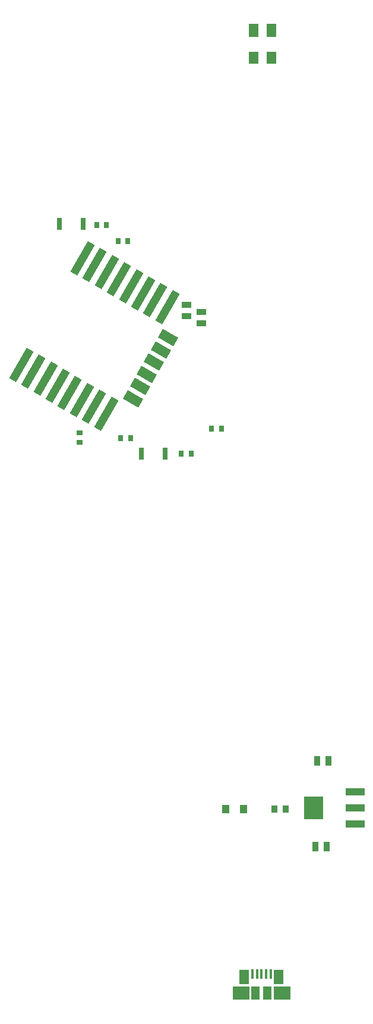
<source format=gbr>
%TF.GenerationSoftware,Altium Limited,Altium Designer,18.1.6 (161)*%
G04 Layer_Color=128*
%FSLAX26Y26*%
%MOIN*%
%TF.FileFunction,Paste,Bot*%
%TF.Part,Single*%
G01*
G75*
%TA.AperFunction,SMDPad,CuDef*%
%ADD15R,0.053150X0.037402*%
%ADD16R,0.037402X0.053150*%
G04:AMPARAMS|DCode=17|XSize=45mil|YSize=196.85mil|CornerRadius=0mil|HoleSize=0mil|Usage=FLASHONLY|Rotation=150.000|XOffset=0mil|YOffset=0mil|HoleType=Round|Shape=Rectangle|*
%AMROTATEDRECTD17*
4,1,4,0.068698,0.073989,-0.029727,-0.096489,-0.068698,-0.073989,0.029727,0.096489,0.068698,0.073989,0.0*
%
%ADD17ROTATEDRECTD17*%

G04:AMPARAMS|DCode=18|XSize=55mil|YSize=100mil|CornerRadius=0mil|HoleSize=0mil|Usage=FLASHONLY|Rotation=60.000|XOffset=0mil|YOffset=0mil|HoleType=Round|Shape=Rectangle|*
%AMROTATEDRECTD18*
4,1,4,0.029551,-0.048816,-0.057051,0.001184,-0.029551,0.048816,0.057051,-0.001184,0.029551,-0.048816,0.0*
%
%ADD18ROTATEDRECTD18*%

%ADD19R,0.035433X0.027559*%
%ADD20R,0.027559X0.035433*%
%ADD21R,0.055906X0.072047*%
%ADD22R,0.055906X0.068110*%
%TA.AperFunction,ConnectorPad*%
%ADD23R,0.046260X0.074803*%
%ADD24R,0.093504X0.074803*%
%ADD25R,0.058071X0.082677*%
%ADD26R,0.017716X0.054331*%
%TA.AperFunction,SMDPad,CuDef*%
%ADD27R,0.035433X0.039370*%
%ADD28R,0.106299X0.039370*%
%ADD29R,0.106299X0.129921*%
%ADD30R,0.043307X0.049213*%
%ADD31R,0.031496X0.066929*%
D15*
X4235000Y6566496D02*
D03*
Y6503504D02*
D03*
X4319292Y6526496D02*
D03*
Y6463504D02*
D03*
D16*
X4968504Y4015000D02*
D03*
X5031496D02*
D03*
X4958504Y3535000D02*
D03*
X5021496D02*
D03*
D17*
X3652450Y6829000D02*
D03*
X3720000Y6790000D02*
D03*
X3788416Y6750500D02*
D03*
X3855966Y6711500D02*
D03*
X3925248Y6671500D02*
D03*
X3992798Y6632500D02*
D03*
X4060348Y6593500D02*
D03*
X4128764Y6554000D02*
D03*
X3785142Y5956829D02*
D03*
X3716726Y5996329D02*
D03*
X3649176Y6035329D02*
D03*
X3580760Y6074829D02*
D03*
X3512344Y6114329D02*
D03*
X3444794Y6153329D02*
D03*
X3375512Y6193329D02*
D03*
X3307962Y6232329D02*
D03*
D18*
X4132095Y6383518D02*
D03*
X4093095Y6315968D02*
D03*
X4054095Y6248418D02*
D03*
X4014095Y6179136D02*
D03*
X3975095Y6111586D02*
D03*
X3935095Y6042304D02*
D03*
D19*
X3635000Y5797441D02*
D03*
Y5852559D02*
D03*
D20*
X3732441Y7015000D02*
D03*
X3787559D02*
D03*
X3907559Y6925000D02*
D03*
X3852441D02*
D03*
X4262559Y5735000D02*
D03*
X4207441D02*
D03*
X4432559Y5875000D02*
D03*
X4377441D02*
D03*
X3867441Y5820000D02*
D03*
X3922559D02*
D03*
D21*
X4713337Y8104055D02*
D03*
X4613337D02*
D03*
D22*
X4713337Y7952087D02*
D03*
X4613337D02*
D03*
D23*
X4624055Y2715000D02*
D03*
X4690000D02*
D03*
D24*
X4542362D02*
D03*
X4771693D02*
D03*
D25*
X4560079Y2805551D02*
D03*
X4753976D02*
D03*
D26*
X4605846Y2819724D02*
D03*
X4631437D02*
D03*
X4657028D02*
D03*
X4682618D02*
D03*
X4708209D02*
D03*
D27*
X4793189Y3745000D02*
D03*
X4730197D02*
D03*
D28*
X5181142Y3840551D02*
D03*
Y3750000D02*
D03*
Y3659449D02*
D03*
D29*
X4948858Y3750000D02*
D03*
D30*
X4457480Y3745000D02*
D03*
X4555906D02*
D03*
D31*
X4116929Y5735000D02*
D03*
X3983071D02*
D03*
X3523071Y7020000D02*
D03*
X3656929D02*
D03*
%TF.MD5,268f350e6291d9763361c4fc46b881c4*%
M02*

</source>
